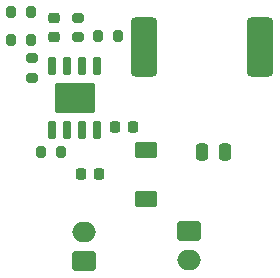
<source format=gts>
G04 #@! TF.GenerationSoftware,KiCad,Pcbnew,9.0.1-9.0.1-0~ubuntu24.04.1*
G04 #@! TF.CreationDate,2025-05-08T14:48:16+02:00*
G04 #@! TF.ProjectId,MP1584-5V,4d503135-3834-42d3-9556-2e6b69636164,rev?*
G04 #@! TF.SameCoordinates,Original*
G04 #@! TF.FileFunction,Soldermask,Top*
G04 #@! TF.FilePolarity,Negative*
%FSLAX46Y46*%
G04 Gerber Fmt 4.6, Leading zero omitted, Abs format (unit mm)*
G04 Created by KiCad (PCBNEW 9.0.1-9.0.1-0~ubuntu24.04.1) date 2025-05-08 14:48:16*
%MOMM*%
%LPD*%
G01*
G04 APERTURE LIST*
G04 Aperture macros list*
%AMRoundRect*
0 Rectangle with rounded corners*
0 $1 Rounding radius*
0 $2 $3 $4 $5 $6 $7 $8 $9 X,Y pos of 4 corners*
0 Add a 4 corners polygon primitive as box body*
4,1,4,$2,$3,$4,$5,$6,$7,$8,$9,$2,$3,0*
0 Add four circle primitives for the rounded corners*
1,1,$1+$1,$2,$3*
1,1,$1+$1,$4,$5*
1,1,$1+$1,$6,$7*
1,1,$1+$1,$8,$9*
0 Add four rect primitives between the rounded corners*
20,1,$1+$1,$2,$3,$4,$5,0*
20,1,$1+$1,$4,$5,$6,$7,0*
20,1,$1+$1,$6,$7,$8,$9,0*
20,1,$1+$1,$8,$9,$2,$3,0*%
G04 Aperture macros list end*
%ADD10RoundRect,0.201000X-0.749000X-0.469000X0.749000X-0.469000X0.749000X0.469000X-0.749000X0.469000X0*%
%ADD11RoundRect,0.200000X0.200000X0.275000X-0.200000X0.275000X-0.200000X-0.275000X0.200000X-0.275000X0*%
%ADD12RoundRect,0.250000X0.750000X-0.600000X0.750000X0.600000X-0.750000X0.600000X-0.750000X-0.600000X0*%
%ADD13O,2.000000X1.700000*%
%ADD14RoundRect,0.225000X-0.225000X-0.250000X0.225000X-0.250000X0.225000X0.250000X-0.225000X0.250000X0*%
%ADD15RoundRect,0.200000X0.275000X-0.200000X0.275000X0.200000X-0.275000X0.200000X-0.275000X-0.200000X0*%
%ADD16RoundRect,0.200000X-0.200000X-0.275000X0.200000X-0.275000X0.200000X0.275000X-0.200000X0.275000X0*%
%ADD17RoundRect,0.330000X0.770000X-2.170000X0.770000X2.170000X-0.770000X2.170000X-0.770000X-2.170000X0*%
%ADD18RoundRect,0.250000X-0.750000X0.600000X-0.750000X-0.600000X0.750000X-0.600000X0.750000X0.600000X0*%
%ADD19RoundRect,0.225000X0.250000X-0.225000X0.250000X0.225000X-0.250000X0.225000X-0.250000X-0.225000X0*%
%ADD20RoundRect,0.250000X0.250000X0.475000X-0.250000X0.475000X-0.250000X-0.475000X0.250000X-0.475000X0*%
%ADD21RoundRect,0.152500X-0.152500X0.647500X-0.152500X-0.647500X0.152500X-0.647500X0.152500X0.647500X0*%
%ADD22RoundRect,0.250000X-1.475000X-1.030000X1.475000X-1.030000X1.475000X1.030000X-1.475000X1.030000X0*%
G04 APERTURE END LIST*
D10*
X166760000Y-96010000D03*
X166760000Y-100170000D03*
D11*
X156975000Y-84390000D03*
X155325000Y-84390000D03*
X159515000Y-96220000D03*
X157865000Y-96220000D03*
X164315000Y-86380000D03*
X162665000Y-86380000D03*
D12*
X161430000Y-105460000D03*
D13*
X161430000Y-102960000D03*
D14*
X161215000Y-98030000D03*
X162765000Y-98030000D03*
D15*
X160970000Y-86465000D03*
X160970000Y-84815000D03*
D16*
X155325000Y-86710000D03*
X156975000Y-86710000D03*
D17*
X166590000Y-87340000D03*
X176390000Y-87340000D03*
D18*
X170330000Y-102870000D03*
D13*
X170330000Y-105370000D03*
D19*
X158950000Y-86425000D03*
X158950000Y-84875000D03*
D14*
X164065000Y-94050000D03*
X165615000Y-94050000D03*
D20*
X173400000Y-96190000D03*
X171500000Y-96190000D03*
D21*
X162590000Y-88950000D03*
X161320000Y-88950000D03*
X160050000Y-88950000D03*
X158780000Y-88950000D03*
X158780000Y-94350000D03*
X160050000Y-94350000D03*
X161320000Y-94350000D03*
X162590000Y-94350000D03*
D22*
X160685000Y-91650000D03*
D15*
X157040000Y-89925000D03*
X157040000Y-88275000D03*
M02*

</source>
